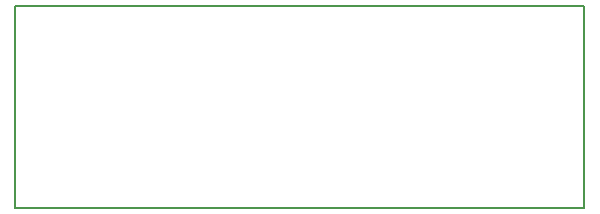
<source format=gm1>
G04 MADE WITH FRITZING*
G04 WWW.FRITZING.ORG*
G04 SINGLE SIDED*
G04 HOLES NOT PLATED*
G04 CONTOUR ON CENTER OF CONTOUR VECTOR*
%ASAXBY*%
%FSLAX23Y23*%
%MOIN*%
%OFA0B0*%
%SFA1.0B1.0*%
%ADD10R,1.904000X0.680681*%
%ADD11C,0.008000*%
%ADD10C,0.008*%
%LNCONTOUR*%
G90*
G70*
G54D10*
G54D11*
X4Y677D02*
X1900Y677D01*
X1900Y4D01*
X4Y4D01*
X4Y677D01*
D02*
G04 End of contour*
M02*
</source>
